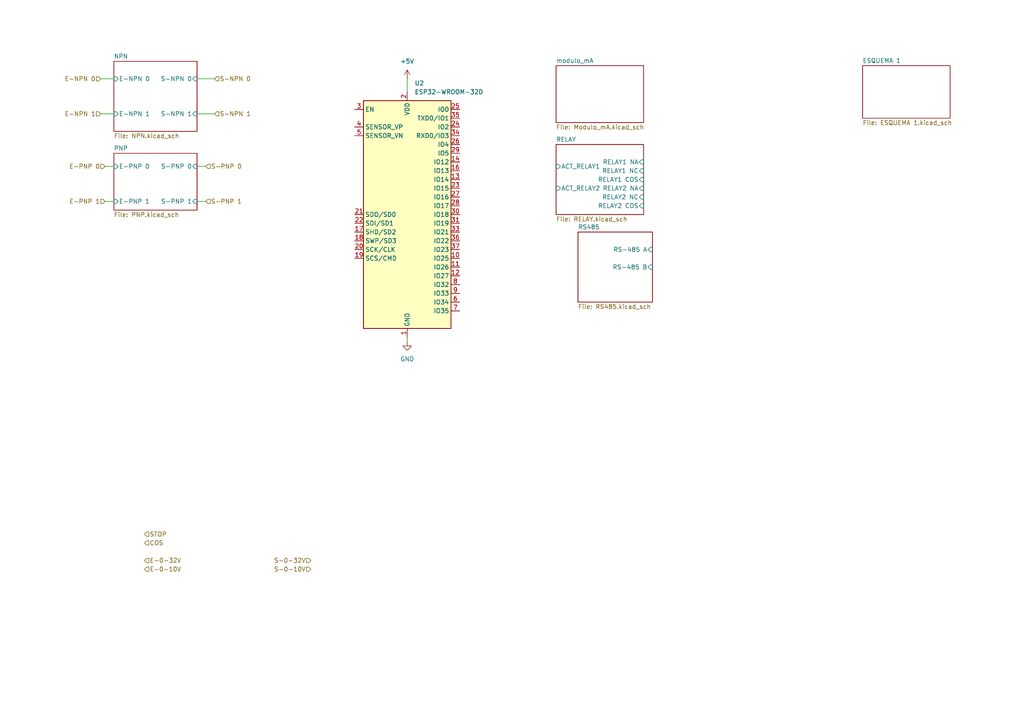
<source format=kicad_sch>
(kicad_sch
	(version 20250114)
	(generator "eeschema")
	(generator_version "9.0")
	(uuid "1a79d0e4-2231-42a8-8906-904399d14469")
	(paper "A4")
	(lib_symbols
		(symbol "RF_Module:ESP32-WROOM-32D"
			(exclude_from_sim no)
			(in_bom yes)
			(on_board yes)
			(property "Reference" "U"
				(at -12.7 34.29 0)
				(effects
					(font
						(size 1.27 1.27)
					)
					(justify left)
				)
			)
			(property "Value" "ESP32-WROOM-32D"
				(at 1.27 34.29 0)
				(effects
					(font
						(size 1.27 1.27)
					)
					(justify left)
				)
			)
			(property "Footprint" "RF_Module:ESP32-WROOM-32D"
				(at 16.51 -34.29 0)
				(effects
					(font
						(size 1.27 1.27)
					)
					(hide yes)
				)
			)
			(property "Datasheet" "https://www.espressif.com/sites/default/files/documentation/esp32-wroom-32d_esp32-wroom-32u_datasheet_en.pdf"
				(at -7.62 1.27 0)
				(effects
					(font
						(size 1.27 1.27)
					)
					(hide yes)
				)
			)
			(property "Description" "RF Module, ESP32-D0WD SoC, Wi-Fi 802.11b/g/n, Bluetooth, BLE, 32-bit, 2.7-3.6V, onboard antenna, SMD"
				(at 0 0 0)
				(effects
					(font
						(size 1.27 1.27)
					)
					(hide yes)
				)
			)
			(property "ki_keywords" "RF Radio BT ESP ESP32 Espressif onboard PCB antenna"
				(at 0 0 0)
				(effects
					(font
						(size 1.27 1.27)
					)
					(hide yes)
				)
			)
			(property "ki_fp_filters" "ESP32?WROOM?32D*"
				(at 0 0 0)
				(effects
					(font
						(size 1.27 1.27)
					)
					(hide yes)
				)
			)
			(symbol "ESP32-WROOM-32D_0_1"
				(rectangle
					(start -12.7 33.02)
					(end 12.7 -33.02)
					(stroke
						(width 0.254)
						(type default)
					)
					(fill
						(type background)
					)
				)
			)
			(symbol "ESP32-WROOM-32D_1_1"
				(pin input line
					(at -15.24 30.48 0)
					(length 2.54)
					(name "EN"
						(effects
							(font
								(size 1.27 1.27)
							)
						)
					)
					(number "3"
						(effects
							(font
								(size 1.27 1.27)
							)
						)
					)
				)
				(pin input line
					(at -15.24 25.4 0)
					(length 2.54)
					(name "SENSOR_VP"
						(effects
							(font
								(size 1.27 1.27)
							)
						)
					)
					(number "4"
						(effects
							(font
								(size 1.27 1.27)
							)
						)
					)
				)
				(pin input line
					(at -15.24 22.86 0)
					(length 2.54)
					(name "SENSOR_VN"
						(effects
							(font
								(size 1.27 1.27)
							)
						)
					)
					(number "5"
						(effects
							(font
								(size 1.27 1.27)
							)
						)
					)
				)
				(pin bidirectional line
					(at -15.24 0 0)
					(length 2.54)
					(name "SDO/SD0"
						(effects
							(font
								(size 1.27 1.27)
							)
						)
					)
					(number "21"
						(effects
							(font
								(size 1.27 1.27)
							)
						)
					)
				)
				(pin bidirectional line
					(at -15.24 -2.54 0)
					(length 2.54)
					(name "SDI/SD1"
						(effects
							(font
								(size 1.27 1.27)
							)
						)
					)
					(number "22"
						(effects
							(font
								(size 1.27 1.27)
							)
						)
					)
				)
				(pin bidirectional line
					(at -15.24 -5.08 0)
					(length 2.54)
					(name "SHD/SD2"
						(effects
							(font
								(size 1.27 1.27)
							)
						)
					)
					(number "17"
						(effects
							(font
								(size 1.27 1.27)
							)
						)
					)
				)
				(pin bidirectional line
					(at -15.24 -7.62 0)
					(length 2.54)
					(name "SWP/SD3"
						(effects
							(font
								(size 1.27 1.27)
							)
						)
					)
					(number "18"
						(effects
							(font
								(size 1.27 1.27)
							)
						)
					)
				)
				(pin bidirectional line
					(at -15.24 -10.16 0)
					(length 2.54)
					(name "SCK/CLK"
						(effects
							(font
								(size 1.27 1.27)
							)
						)
					)
					(number "20"
						(effects
							(font
								(size 1.27 1.27)
							)
						)
					)
				)
				(pin bidirectional line
					(at -15.24 -12.7 0)
					(length 2.54)
					(name "SCS/CMD"
						(effects
							(font
								(size 1.27 1.27)
							)
						)
					)
					(number "19"
						(effects
							(font
								(size 1.27 1.27)
							)
						)
					)
				)
				(pin no_connect line
					(at -12.7 -27.94 0)
					(length 2.54)
					(hide yes)
					(name "NC"
						(effects
							(font
								(size 1.27 1.27)
							)
						)
					)
					(number "32"
						(effects
							(font
								(size 1.27 1.27)
							)
						)
					)
				)
				(pin power_in line
					(at 0 35.56 270)
					(length 2.54)
					(name "VDD"
						(effects
							(font
								(size 1.27 1.27)
							)
						)
					)
					(number "2"
						(effects
							(font
								(size 1.27 1.27)
							)
						)
					)
				)
				(pin power_in line
					(at 0 -35.56 90)
					(length 2.54)
					(name "GND"
						(effects
							(font
								(size 1.27 1.27)
							)
						)
					)
					(number "1"
						(effects
							(font
								(size 1.27 1.27)
							)
						)
					)
				)
				(pin passive line
					(at 0 -35.56 90)
					(length 2.54)
					(hide yes)
					(name "GND"
						(effects
							(font
								(size 1.27 1.27)
							)
						)
					)
					(number "15"
						(effects
							(font
								(size 1.27 1.27)
							)
						)
					)
				)
				(pin passive line
					(at 0 -35.56 90)
					(length 2.54)
					(hide yes)
					(name "GND"
						(effects
							(font
								(size 1.27 1.27)
							)
						)
					)
					(number "38"
						(effects
							(font
								(size 1.27 1.27)
							)
						)
					)
				)
				(pin passive line
					(at 0 -35.56 90)
					(length 2.54)
					(hide yes)
					(name "GND"
						(effects
							(font
								(size 1.27 1.27)
							)
						)
					)
					(number "39"
						(effects
							(font
								(size 1.27 1.27)
							)
						)
					)
				)
				(pin bidirectional line
					(at 15.24 30.48 180)
					(length 2.54)
					(name "IO0"
						(effects
							(font
								(size 1.27 1.27)
							)
						)
					)
					(number "25"
						(effects
							(font
								(size 1.27 1.27)
							)
						)
					)
				)
				(pin bidirectional line
					(at 15.24 27.94 180)
					(length 2.54)
					(name "TXD0/IO1"
						(effects
							(font
								(size 1.27 1.27)
							)
						)
					)
					(number "35"
						(effects
							(font
								(size 1.27 1.27)
							)
						)
					)
				)
				(pin bidirectional line
					(at 15.24 25.4 180)
					(length 2.54)
					(name "IO2"
						(effects
							(font
								(size 1.27 1.27)
							)
						)
					)
					(number "24"
						(effects
							(font
								(size 1.27 1.27)
							)
						)
					)
				)
				(pin bidirectional line
					(at 15.24 22.86 180)
					(length 2.54)
					(name "RXD0/IO3"
						(effects
							(font
								(size 1.27 1.27)
							)
						)
					)
					(number "34"
						(effects
							(font
								(size 1.27 1.27)
							)
						)
					)
				)
				(pin bidirectional line
					(at 15.24 20.32 180)
					(length 2.54)
					(name "IO4"
						(effects
							(font
								(size 1.27 1.27)
							)
						)
					)
					(number "26"
						(effects
							(font
								(size 1.27 1.27)
							)
						)
					)
				)
				(pin bidirectional line
					(at 15.24 17.78 180)
					(length 2.54)
					(name "IO5"
						(effects
							(font
								(size 1.27 1.27)
							)
						)
					)
					(number "29"
						(effects
							(font
								(size 1.27 1.27)
							)
						)
					)
				)
				(pin bidirectional line
					(at 15.24 15.24 180)
					(length 2.54)
					(name "IO12"
						(effects
							(font
								(size 1.27 1.27)
							)
						)
					)
					(number "14"
						(effects
							(font
								(size 1.27 1.27)
							)
						)
					)
				)
				(pin bidirectional line
					(at 15.24 12.7 180)
					(length 2.54)
					(name "IO13"
						(effects
							(font
								(size 1.27 1.27)
							)
						)
					)
					(number "16"
						(effects
							(font
								(size 1.27 1.27)
							)
						)
					)
				)
				(pin bidirectional line
					(at 15.24 10.16 180)
					(length 2.54)
					(name "IO14"
						(effects
							(font
								(size 1.27 1.27)
							)
						)
					)
					(number "13"
						(effects
							(font
								(size 1.27 1.27)
							)
						)
					)
				)
				(pin bidirectional line
					(at 15.24 7.62 180)
					(length 2.54)
					(name "IO15"
						(effects
							(font
								(size 1.27 1.27)
							)
						)
					)
					(number "23"
						(effects
							(font
								(size 1.27 1.27)
							)
						)
					)
				)
				(pin bidirectional line
					(at 15.24 5.08 180)
					(length 2.54)
					(name "IO16"
						(effects
							(font
								(size 1.27 1.27)
							)
						)
					)
					(number "27"
						(effects
							(font
								(size 1.27 1.27)
							)
						)
					)
				)
				(pin bidirectional line
					(at 15.24 2.54 180)
					(length 2.54)
					(name "IO17"
						(effects
							(font
								(size 1.27 1.27)
							)
						)
					)
					(number "28"
						(effects
							(font
								(size 1.27 1.27)
							)
						)
					)
				)
				(pin bidirectional line
					(at 15.24 0 180)
					(length 2.54)
					(name "IO18"
						(effects
							(font
								(size 1.27 1.27)
							)
						)
					)
					(number "30"
						(effects
							(font
								(size 1.27 1.27)
							)
						)
					)
				)
				(pin bidirectional line
					(at 15.24 -2.54 180)
					(length 2.54)
					(name "IO19"
						(effects
							(font
								(size 1.27 1.27)
							)
						)
					)
					(number "31"
						(effects
							(font
								(size 1.27 1.27)
							)
						)
					)
				)
				(pin bidirectional line
					(at 15.24 -5.08 180)
					(length 2.54)
					(name "IO21"
						(effects
							(font
								(size 1.27 1.27)
							)
						)
					)
					(number "33"
						(effects
							(font
								(size 1.27 1.27)
							)
						)
					)
				)
				(pin bidirectional line
					(at 15.24 -7.62 180)
					(length 2.54)
					(name "IO22"
						(effects
							(font
								(size 1.27 1.27)
							)
						)
					)
					(number "36"
						(effects
							(font
								(size 1.27 1.27)
							)
						)
					)
				)
				(pin bidirectional line
					(at 15.24 -10.16 180)
					(length 2.54)
					(name "IO23"
						(effects
							(font
								(size 1.27 1.27)
							)
						)
					)
					(number "37"
						(effects
							(font
								(size 1.27 1.27)
							)
						)
					)
				)
				(pin bidirectional line
					(at 15.24 -12.7 180)
					(length 2.54)
					(name "IO25"
						(effects
							(font
								(size 1.27 1.27)
							)
						)
					)
					(number "10"
						(effects
							(font
								(size 1.27 1.27)
							)
						)
					)
				)
				(pin bidirectional line
					(at 15.24 -15.24 180)
					(length 2.54)
					(name "IO26"
						(effects
							(font
								(size 1.27 1.27)
							)
						)
					)
					(number "11"
						(effects
							(font
								(size 1.27 1.27)
							)
						)
					)
				)
				(pin bidirectional line
					(at 15.24 -17.78 180)
					(length 2.54)
					(name "IO27"
						(effects
							(font
								(size 1.27 1.27)
							)
						)
					)
					(number "12"
						(effects
							(font
								(size 1.27 1.27)
							)
						)
					)
				)
				(pin bidirectional line
					(at 15.24 -20.32 180)
					(length 2.54)
					(name "IO32"
						(effects
							(font
								(size 1.27 1.27)
							)
						)
					)
					(number "8"
						(effects
							(font
								(size 1.27 1.27)
							)
						)
					)
				)
				(pin bidirectional line
					(at 15.24 -22.86 180)
					(length 2.54)
					(name "IO33"
						(effects
							(font
								(size 1.27 1.27)
							)
						)
					)
					(number "9"
						(effects
							(font
								(size 1.27 1.27)
							)
						)
					)
				)
				(pin input line
					(at 15.24 -25.4 180)
					(length 2.54)
					(name "IO34"
						(effects
							(font
								(size 1.27 1.27)
							)
						)
					)
					(number "6"
						(effects
							(font
								(size 1.27 1.27)
							)
						)
					)
				)
				(pin input line
					(at 15.24 -27.94 180)
					(length 2.54)
					(name "IO35"
						(effects
							(font
								(size 1.27 1.27)
							)
						)
					)
					(number "7"
						(effects
							(font
								(size 1.27 1.27)
							)
						)
					)
				)
			)
			(embedded_fonts no)
		)
		(symbol "power:+5V"
			(power)
			(pin_numbers
				(hide yes)
			)
			(pin_names
				(offset 0)
				(hide yes)
			)
			(exclude_from_sim no)
			(in_bom yes)
			(on_board yes)
			(property "Reference" "#PWR"
				(at 0 -3.81 0)
				(effects
					(font
						(size 1.27 1.27)
					)
					(hide yes)
				)
			)
			(property "Value" "+5V"
				(at 0 3.556 0)
				(effects
					(font
						(size 1.27 1.27)
					)
				)
			)
			(property "Footprint" ""
				(at 0 0 0)
				(effects
					(font
						(size 1.27 1.27)
					)
					(hide yes)
				)
			)
			(property "Datasheet" ""
				(at 0 0 0)
				(effects
					(font
						(size 1.27 1.27)
					)
					(hide yes)
				)
			)
			(property "Description" "Power symbol creates a global label with name \"+5V\""
				(at 0 0 0)
				(effects
					(font
						(size 1.27 1.27)
					)
					(hide yes)
				)
			)
			(property "ki_keywords" "global power"
				(at 0 0 0)
				(effects
					(font
						(size 1.27 1.27)
					)
					(hide yes)
				)
			)
			(symbol "+5V_0_1"
				(polyline
					(pts
						(xy -0.762 1.27) (xy 0 2.54)
					)
					(stroke
						(width 0)
						(type default)
					)
					(fill
						(type none)
					)
				)
				(polyline
					(pts
						(xy 0 2.54) (xy 0.762 1.27)
					)
					(stroke
						(width 0)
						(type default)
					)
					(fill
						(type none)
					)
				)
				(polyline
					(pts
						(xy 0 0) (xy 0 2.54)
					)
					(stroke
						(width 0)
						(type default)
					)
					(fill
						(type none)
					)
				)
			)
			(symbol "+5V_1_1"
				(pin power_in line
					(at 0 0 90)
					(length 0)
					(name "~"
						(effects
							(font
								(size 1.27 1.27)
							)
						)
					)
					(number "1"
						(effects
							(font
								(size 1.27 1.27)
							)
						)
					)
				)
			)
			(embedded_fonts no)
		)
		(symbol "power:GND"
			(power)
			(pin_numbers
				(hide yes)
			)
			(pin_names
				(offset 0)
				(hide yes)
			)
			(exclude_from_sim no)
			(in_bom yes)
			(on_board yes)
			(property "Reference" "#PWR"
				(at 0 -6.35 0)
				(effects
					(font
						(size 1.27 1.27)
					)
					(hide yes)
				)
			)
			(property "Value" "GND"
				(at 0 -3.81 0)
				(effects
					(font
						(size 1.27 1.27)
					)
				)
			)
			(property "Footprint" ""
				(at 0 0 0)
				(effects
					(font
						(size 1.27 1.27)
					)
					(hide yes)
				)
			)
			(property "Datasheet" ""
				(at 0 0 0)
				(effects
					(font
						(size 1.27 1.27)
					)
					(hide yes)
				)
			)
			(property "Description" "Power symbol creates a global label with name \"GND\" , ground"
				(at 0 0 0)
				(effects
					(font
						(size 1.27 1.27)
					)
					(hide yes)
				)
			)
			(property "ki_keywords" "global power"
				(at 0 0 0)
				(effects
					(font
						(size 1.27 1.27)
					)
					(hide yes)
				)
			)
			(symbol "GND_0_1"
				(polyline
					(pts
						(xy 0 0) (xy 0 -1.27) (xy 1.27 -1.27) (xy 0 -2.54) (xy -1.27 -1.27) (xy 0 -1.27)
					)
					(stroke
						(width 0)
						(type default)
					)
					(fill
						(type none)
					)
				)
			)
			(symbol "GND_1_1"
				(pin power_in line
					(at 0 0 270)
					(length 0)
					(name "~"
						(effects
							(font
								(size 1.27 1.27)
							)
						)
					)
					(number "1"
						(effects
							(font
								(size 1.27 1.27)
							)
						)
					)
				)
			)
			(embedded_fonts no)
		)
	)
	(wire
		(pts
			(xy 29.21 33.02) (xy 33.02 33.02)
		)
		(stroke
			(width 0)
			(type default)
		)
		(uuid "1fa24e58-2817-4106-8302-1cffcb642f2f")
	)
	(wire
		(pts
			(xy 57.15 58.42) (xy 59.69 58.42)
		)
		(stroke
			(width 0)
			(type default)
		)
		(uuid "38d5e368-6569-4002-acc8-40c73f739278")
	)
	(wire
		(pts
			(xy 57.15 22.86) (xy 62.23 22.86)
		)
		(stroke
			(width 0)
			(type default)
		)
		(uuid "48d685e6-8b3b-48f1-a954-d4902c3ab51e")
	)
	(wire
		(pts
			(xy 57.15 33.02) (xy 62.23 33.02)
		)
		(stroke
			(width 0)
			(type default)
		)
		(uuid "4d55ce46-f09d-4d9c-b20a-42b2367126d4")
	)
	(wire
		(pts
			(xy 29.21 22.86) (xy 33.02 22.86)
		)
		(stroke
			(width 0)
			(type default)
		)
		(uuid "637f35d3-47aa-4ef8-ba21-580e540fced6")
	)
	(wire
		(pts
			(xy 30.48 58.42) (xy 33.02 58.42)
		)
		(stroke
			(width 0)
			(type default)
		)
		(uuid "7a53bca1-ed57-408d-8ad6-fd9891126f1c")
	)
	(wire
		(pts
			(xy 30.48 48.26) (xy 33.02 48.26)
		)
		(stroke
			(width 0)
			(type default)
		)
		(uuid "9b9f852c-1eaa-409e-88d8-40b1a84d2af1")
	)
	(wire
		(pts
			(xy 118.11 97.79) (xy 118.11 99.06)
		)
		(stroke
			(width 0)
			(type default)
		)
		(uuid "b6fb8298-4f22-455e-ab24-972b387dca61")
	)
	(wire
		(pts
			(xy 57.15 48.26) (xy 59.69 48.26)
		)
		(stroke
			(width 0)
			(type default)
		)
		(uuid "b88cde38-3436-4d8e-905f-e3e14d61bef4")
	)
	(wire
		(pts
			(xy 118.11 22.86) (xy 118.11 26.67)
		)
		(stroke
			(width 0)
			(type default)
		)
		(uuid "c3f46eaf-b74d-4c9b-a154-a437ffd3e637")
	)
	(hierarchical_label "S-NPN 1"
		(shape input)
		(at 62.23 33.02 0)
		(effects
			(font
				(size 1.27 1.27)
			)
			(justify left)
		)
		(uuid "1f3caf5e-20df-446e-85c6-94cd1a736065")
	)
	(hierarchical_label "E-NPN 0"
		(shape input)
		(at 29.21 22.86 180)
		(effects
			(font
				(size 1.27 1.27)
			)
			(justify right)
		)
		(uuid "53babadf-51dd-4190-9693-3c053a4e6daf")
	)
	(hierarchical_label "STOP"
		(shape input)
		(at 41.91 154.94 0)
		(effects
			(font
				(size 1.27 1.27)
			)
			(justify left)
		)
		(uuid "71ce5272-dc7c-4b78-859a-488244da2ad1")
	)
	(hierarchical_label "E-PNP 0"
		(shape input)
		(at 30.48 48.26 180)
		(effects
			(font
				(size 1.27 1.27)
			)
			(justify right)
		)
		(uuid "7c84fa9a-73af-4f2d-b504-0d60d2315e49")
	)
	(hierarchical_label "E-PNP 1"
		(shape input)
		(at 30.48 58.42 180)
		(effects
			(font
				(size 1.27 1.27)
			)
			(justify right)
		)
		(uuid "86afa5a2-08b4-4916-bc59-05a19b3655e9")
	)
	(hierarchical_label "S-0-32V"
		(shape input)
		(at 90.17 162.56 180)
		(effects
			(font
				(size 1.27 1.27)
			)
			(justify right)
		)
		(uuid "8aea66d4-faf2-413f-8541-c0f085576624")
	)
	(hierarchical_label "S-PNP 0"
		(shape input)
		(at 59.69 48.26 0)
		(effects
			(font
				(size 1.27 1.27)
			)
			(justify left)
		)
		(uuid "ad95b323-9e08-4f2a-8da8-0a39f45dab59")
	)
	(hierarchical_label "E-0-10V"
		(shape input)
		(at 41.91 165.1 0)
		(effects
			(font
				(size 1.27 1.27)
			)
			(justify left)
		)
		(uuid "aee510b1-2315-4a7a-828e-4c2c791281a4")
	)
	(hierarchical_label "S-0-10V"
		(shape input)
		(at 90.17 165.1 180)
		(effects
			(font
				(size 1.27 1.27)
			)
			(justify right)
		)
		(uuid "b8f69dce-61e9-4867-abdc-a8f261fa1d7f")
	)
	(hierarchical_label "COS"
		(shape input)
		(at 41.91 157.48 0)
		(effects
			(font
				(size 1.27 1.27)
			)
			(justify left)
		)
		(uuid "c3c8cde9-c642-4b3d-abbd-a6ffd6e90b34")
	)
	(hierarchical_label "E-NPN 1"
		(shape input)
		(at 29.21 33.02 180)
		(effects
			(font
				(size 1.27 1.27)
			)
			(justify right)
		)
		(uuid "cf79da9a-3126-43fb-a354-a3bf382d384d")
	)
	(hierarchical_label "S-PNP 1"
		(shape input)
		(at 59.69 58.42 0)
		(effects
			(font
				(size 1.27 1.27)
			)
			(justify left)
		)
		(uuid "d47ce9c0-4cb3-441b-aed5-adc8d221b919")
	)
	(hierarchical_label "E-0-32V"
		(shape input)
		(at 41.91 162.56 0)
		(effects
			(font
				(size 1.27 1.27)
			)
			(justify left)
		)
		(uuid "de47b525-5f1a-4ec5-8551-7d70c56374fc")
	)
	(hierarchical_label "S-NPN 0"
		(shape input)
		(at 62.23 22.86 0)
		(effects
			(font
				(size 1.27 1.27)
			)
			(justify left)
		)
		(uuid "f74db534-36ed-43f9-bbfd-d3587d22a53c")
	)
	(symbol
		(lib_id "power:GND")
		(at 118.11 99.06 0)
		(unit 1)
		(exclude_from_sim no)
		(in_bom yes)
		(on_board yes)
		(dnp no)
		(fields_autoplaced yes)
		(uuid "3b4f37a6-e24b-446b-a870-def209e58837")
		(property "Reference" "#PWR030"
			(at 118.11 105.41 0)
			(effects
				(font
					(size 1.27 1.27)
				)
				(hide yes)
			)
		)
		(property "Value" "GND"
			(at 118.11 104.14 0)
			(effects
				(font
					(size 1.27 1.27)
				)
			)
		)
		(property "Footprint" ""
			(at 118.11 99.06 0)
			(effects
				(font
					(size 1.27 1.27)
				)
				(hide yes)
			)
		)
		(property "Datasheet" ""
			(at 118.11 99.06 0)
			(effects
				(font
					(size 1.27 1.27)
				)
				(hide yes)
			)
		)
		(property "Description" "Power symbol creates a global label with name \"GND\" , ground"
			(at 118.11 99.06 0)
			(effects
				(font
					(size 1.27 1.27)
				)
				(hide yes)
			)
		)
		(pin "1"
			(uuid "edb5feb7-4211-4d7b-8943-00c2d168aa13")
		)
		(instances
			(project "PCB PICHARDO"
				(path "/a0ccc1c3-98b7-44b4-a982-09e3bf693e4b/78291816-8ba1-49cf-9609-e1c359225404"
					(reference "#PWR030")
					(unit 1)
				)
			)
		)
	)
	(symbol
		(lib_id "RF_Module:ESP32-WROOM-32D")
		(at 118.11 62.23 0)
		(unit 1)
		(exclude_from_sim no)
		(in_bom yes)
		(on_board yes)
		(dnp no)
		(fields_autoplaced yes)
		(uuid "85195de0-8dc2-4fec-aa4a-8956e9b107b4")
		(property "Reference" "U2"
			(at 120.2533 24.13 0)
			(effects
				(font
					(size 1.27 1.27)
				)
				(justify left)
			)
		)
		(property "Value" "ESP32-WROOM-32D"
			(at 120.2533 26.67 0)
			(effects
				(font
					(size 1.27 1.27)
				)
				(justify left)
			)
		)
		(property "Footprint" "RF_Module:ESP32-WROOM-32D"
			(at 134.62 96.52 0)
			(effects
				(font
					(size 1.27 1.27)
				)
				(hide yes)
			)
		)
		(property "Datasheet" "https://www.espressif.com/sites/default/files/documentation/esp32-wroom-32d_esp32-wroom-32u_datasheet_en.pdf"
			(at 110.49 60.96 0)
			(effects
				(font
					(size 1.27 1.27)
				)
				(hide yes)
			)
		)
		(property "Description" "RF Module, ESP32-D0WD SoC, Wi-Fi 802.11b/g/n, Bluetooth, BLE, 32-bit, 2.7-3.6V, onboard antenna, SMD"
			(at 118.11 62.23 0)
			(effects
				(font
					(size 1.27 1.27)
				)
				(hide yes)
			)
		)
		(pin "8"
			(uuid "d6867991-741b-4a4b-82d5-c60ab30a88c8")
		)
		(pin "9"
			(uuid "de6ad89e-a776-42b7-88e9-07ec3e4f629e")
		)
		(pin "6"
			(uuid "2e085566-af6d-47da-ac01-9d71d5e4cdb4")
		)
		(pin "12"
			(uuid "83066c40-1e6a-44f3-8718-c1cdb5defb13")
		)
		(pin "11"
			(uuid "d18ff094-bdb9-4740-894a-1770b8993912")
		)
		(pin "7"
			(uuid "738f94fc-a32c-4b06-823c-0cbb6ce00e15")
		)
		(pin "4"
			(uuid "533723c6-630a-4b64-b020-e6f2fe92a863")
		)
		(pin "3"
			(uuid "9480ca6f-2c46-4481-b6b5-d8a4fc555500")
		)
		(pin "20"
			(uuid "ffdfdd72-b501-4658-9c8e-5d3dac6c2be4")
		)
		(pin "19"
			(uuid "d58dc295-c5b4-4761-99b0-50ff21b08216")
		)
		(pin "17"
			(uuid "a23beb5e-cc81-47ad-8a9a-bcf354df946f")
		)
		(pin "5"
			(uuid "59dfd6fa-ccfa-42e4-a0e8-2f3708f0b5a1")
		)
		(pin "32"
			(uuid "a03126f8-c414-4eea-b136-a55f888f07c6")
		)
		(pin "2"
			(uuid "f4a7ee01-b135-4ba9-8a1d-4ce9a24f8b28")
		)
		(pin "1"
			(uuid "480c1e4e-a634-4531-bdb7-a061d76f9438")
		)
		(pin "21"
			(uuid "54f3c792-5aca-4046-a231-dd3905628526")
		)
		(pin "15"
			(uuid "2dd0a54c-aef8-4a3e-8d79-aaa3439a958e")
		)
		(pin "18"
			(uuid "e74237f9-9118-48c6-9bd7-b077f64d6716")
		)
		(pin "38"
			(uuid "436e5f93-7765-4910-93ee-181411225796")
		)
		(pin "22"
			(uuid "a5c7bb27-553a-423f-b4b0-707db8709989")
		)
		(pin "35"
			(uuid "6743add3-71ba-46c4-a408-aa1ad07d03a3")
		)
		(pin "13"
			(uuid "e602e92c-48c2-4b35-8ace-3a4547c0d708")
		)
		(pin "29"
			(uuid "7f5016bb-f9f2-4598-887f-ea3a493c99c4")
		)
		(pin "27"
			(uuid "1db6cfa7-b1f0-48e1-8a33-11879ac84f3a")
		)
		(pin "37"
			(uuid "41706e2d-daef-4099-9e20-776a2498fcb2")
		)
		(pin "25"
			(uuid "4aec8c19-94da-4f17-b65c-b662e12d5066")
		)
		(pin "34"
			(uuid "522af5af-06ad-45c8-a7de-9b362db986f0")
		)
		(pin "14"
			(uuid "7314a576-835b-426c-99ea-10b910fc69ad")
		)
		(pin "28"
			(uuid "97fd9fba-51c7-4d06-acea-097b9d39362f")
		)
		(pin "31"
			(uuid "b2bcbc7c-807b-456b-aa37-903d7ab90657")
		)
		(pin "36"
			(uuid "6588d326-cefb-4e23-8de5-15b103c7218c")
		)
		(pin "10"
			(uuid "494294d7-6581-497f-8964-e1cb2328b908")
		)
		(pin "39"
			(uuid "521d55a6-6652-433c-ac12-6aa75b689360")
		)
		(pin "30"
			(uuid "9647ace6-e183-4709-b554-f1bae980d389")
		)
		(pin "33"
			(uuid "f434d0e2-39a5-4f80-918a-d28bd48d0a51")
		)
		(pin "26"
			(uuid "98b48e57-e288-4c62-9a01-4c5cd2b84302")
		)
		(pin "16"
			(uuid "3be1edac-efc2-45dc-bd43-51c5d0470f28")
		)
		(pin "24"
			(uuid "d0764e5e-429c-48ab-bbd6-e89088d37dbc")
		)
		(pin "23"
			(uuid "c1cb885c-fd02-4e93-b8e6-91df7c6b4925")
		)
		(instances
			(project ""
				(path "/a0ccc1c3-98b7-44b4-a982-09e3bf693e4b/78291816-8ba1-49cf-9609-e1c359225404"
					(reference "U2")
					(unit 1)
				)
			)
		)
	)
	(symbol
		(lib_id "power:+5V")
		(at 118.11 22.86 0)
		(unit 1)
		(exclude_from_sim no)
		(in_bom yes)
		(on_board yes)
		(dnp no)
		(fields_autoplaced yes)
		(uuid "e1a39a1c-0d4d-4b7d-968a-9c5cbb4ad5b7")
		(property "Reference" "#PWR042"
			(at 118.11 26.67 0)
			(effects
				(font
					(size 1.27 1.27)
				)
				(hide yes)
			)
		)
		(property "Value" "+5V"
			(at 118.11 17.78 0)
			(effects
				(font
					(size 1.27 1.27)
				)
			)
		)
		(property "Footprint" ""
			(at 118.11 22.86 0)
			(effects
				(font
					(size 1.27 1.27)
				)
				(hide yes)
			)
		)
		(property "Datasheet" ""
			(at 118.11 22.86 0)
			(effects
				(font
					(size 1.27 1.27)
				)
				(hide yes)
			)
		)
		(property "Description" "Power symbol creates a global label with name \"+5V\""
			(at 118.11 22.86 0)
			(effects
				(font
					(size 1.27 1.27)
				)
				(hide yes)
			)
		)
		(pin "1"
			(uuid "c4fc371c-ec05-435e-9cb9-0c440445b4e9")
		)
		(instances
			(project ""
				(path "/a0ccc1c3-98b7-44b4-a982-09e3bf693e4b/78291816-8ba1-49cf-9609-e1c359225404"
					(reference "#PWR042")
					(unit 1)
				)
			)
		)
	)
	(sheet
		(at 33.02 44.45)
		(size 24.13 16.51)
		(exclude_from_sim no)
		(in_bom yes)
		(on_board yes)
		(dnp no)
		(fields_autoplaced yes)
		(stroke
			(width 0.1524)
			(type solid)
		)
		(fill
			(color 0 0 0 0.0000)
		)
		(uuid "00e38e78-3ba5-4bd8-a35a-3311bc0d794f")
		(property "Sheetname" "PNP"
			(at 33.02 43.7384 0)
			(effects
				(font
					(size 1.27 1.27)
				)
				(justify left bottom)
			)
		)
		(property "Sheetfile" "PNP.kicad_sch"
			(at 33.02 61.5446 0)
			(effects
				(font
					(size 1.27 1.27)
				)
				(justify left top)
			)
		)
		(property "Field2" ""
			(at 33.02 44.45 0)
			(effects
				(font
					(size 1.27 1.27)
				)
			)
		)
		(pin "E-PNP 0" input
			(at 33.02 48.26 180)
			(uuid "07d75778-7422-4b3b-ab9f-41ed9a3eb5ea")
			(effects
				(font
					(size 1.27 1.27)
				)
				(justify left)
			)
		)
		(pin "E-PNP 1" input
			(at 33.02 58.42 180)
			(uuid "2944d42a-d19c-4772-ae62-21e10bb6816b")
			(effects
				(font
					(size 1.27 1.27)
				)
				(justify left)
			)
		)
		(pin "S-PNP 0" input
			(at 57.15 48.26 0)
			(uuid "3aa60974-7d62-45ea-a2e8-9c04f8a9cff9")
			(effects
				(font
					(size 1.27 1.27)
				)
				(justify right)
			)
		)
		(pin "S-PNP 1" input
			(at 57.15 58.42 0)
			(uuid "84100e83-6a85-42f4-9e37-75d8a40e80d4")
			(effects
				(font
					(size 1.27 1.27)
				)
				(justify right)
			)
		)
		(instances
			(project "PCB NIVARA"
				(path "/a0ccc1c3-98b7-44b4-a982-09e3bf693e4b/78291816-8ba1-49cf-9609-e1c359225404"
					(page "5")
				)
			)
		)
	)
	(sheet
		(at 161.29 19.05)
		(size 25.4 16.51)
		(exclude_from_sim no)
		(in_bom yes)
		(on_board yes)
		(dnp no)
		(fields_autoplaced yes)
		(stroke
			(width 0.1524)
			(type solid)
		)
		(fill
			(color 0 0 0 0.0000)
		)
		(uuid "0705789b-3cd9-4779-9742-d7706171499e")
		(property "Sheetname" "modulo_mA"
			(at 161.29 18.3384 0)
			(effects
				(font
					(size 1.27 1.27)
				)
				(justify left bottom)
			)
		)
		(property "Sheetfile" "Modulo_mA.kicad_sch"
			(at 161.29 36.1446 0)
			(effects
				(font
					(size 1.27 1.27)
				)
				(justify left top)
			)
		)
		(instances
			(project "PCB NIVARA"
				(path "/a0ccc1c3-98b7-44b4-a982-09e3bf693e4b/78291816-8ba1-49cf-9609-e1c359225404"
					(page "6")
				)
			)
		)
	)
	(sheet
		(at 167.64 67.31)
		(size 21.59 20.32)
		(exclude_from_sim no)
		(in_bom yes)
		(on_board yes)
		(dnp no)
		(fields_autoplaced yes)
		(stroke
			(width 0.1524)
			(type solid)
		)
		(fill
			(color 0 0 0 0.0000)
		)
		(uuid "529ec71e-0377-4f14-a943-643d2b9fdbc1")
		(property "Sheetname" "RS485"
			(at 167.64 66.5984 0)
			(effects
				(font
					(size 1.27 1.27)
				)
				(justify left bottom)
			)
		)
		(property "Sheetfile" "RS485.kicad_sch"
			(at 167.64 88.2146 0)
			(effects
				(font
					(size 1.27 1.27)
				)
				(justify left top)
			)
		)
		(pin "RS-485 A" input
			(at 189.23 72.39 0)
			(uuid "e7d0605b-8561-476e-925b-e81bcc1d41a5")
			(effects
				(font
					(size 1.27 1.27)
				)
				(justify right)
			)
		)
		(pin "RS-485 B" input
			(at 189.23 77.47 0)
			(uuid "8ccff3e7-b4b2-4c33-90bd-fbd3e161994b")
			(effects
				(font
					(size 1.27 1.27)
				)
				(justify right)
			)
		)
		(instances
			(project "PCB NIVARA"
				(path "/a0ccc1c3-98b7-44b4-a982-09e3bf693e4b/78291816-8ba1-49cf-9609-e1c359225404"
					(page "8")
				)
			)
		)
	)
	(sheet
		(at 33.02 17.78)
		(size 24.13 20.32)
		(exclude_from_sim no)
		(in_bom yes)
		(on_board yes)
		(dnp no)
		(fields_autoplaced yes)
		(stroke
			(width 0.1524)
			(type solid)
		)
		(fill
			(color 0 0 0 0.0000)
		)
		(uuid "71da702b-024c-4baa-8c72-f62b2ca98090")
		(property "Sheetname" "NPN"
			(at 33.02 17.0684 0)
			(effects
				(font
					(size 1.27 1.27)
				)
				(justify left bottom)
			)
		)
		(property "Sheetfile" "NPN.kicad_sch"
			(at 33.02 38.6846 0)
			(effects
				(font
					(size 1.27 1.27)
				)
				(justify left top)
			)
		)
		(property "Field2" ""
			(at 33.02 17.78 0)
			(effects
				(font
					(size 1.27 1.27)
				)
			)
		)
		(pin "E-NPN 0" input
			(at 33.02 22.86 180)
			(uuid "21621b28-bdec-4acf-8333-be5567ffaf8d")
			(effects
				(font
					(size 1.27 1.27)
				)
				(justify left)
			)
		)
		(pin "E-NPN 1" input
			(at 33.02 33.02 180)
			(uuid "52e4e6f7-ce47-4593-af95-741023c0bd9b")
			(effects
				(font
					(size 1.27 1.27)
				)
				(justify left)
			)
		)
		(pin "S-NPN 0" input
			(at 57.15 22.86 0)
			(uuid "b743503c-bf5a-4a04-bf4f-385b6386e11d")
			(effects
				(font
					(size 1.27 1.27)
				)
				(justify right)
			)
		)
		(pin "S-NPN 1" input
			(at 57.15 33.02 0)
			(uuid "9a36a3cd-30e1-49df-9770-5e0705a857f4")
			(effects
				(font
					(size 1.27 1.27)
				)
				(justify right)
			)
		)
		(instances
			(project "PCB NIVARA"
				(path "/a0ccc1c3-98b7-44b4-a982-09e3bf693e4b/78291816-8ba1-49cf-9609-e1c359225404"
					(page "4")
				)
			)
		)
	)
	(sheet
		(at 250.19 19.05)
		(size 25.4 15.24)
		(exclude_from_sim no)
		(in_bom yes)
		(on_board yes)
		(dnp no)
		(fields_autoplaced yes)
		(stroke
			(width 0.1524)
			(type solid)
		)
		(fill
			(color 0 0 0 0.0000)
		)
		(uuid "93862029-79a7-45f3-a928-e69897b70b92")
		(property "Sheetname" "ESQUEMA 1"
			(at 250.19 18.3384 0)
			(effects
				(font
					(size 1.27 1.27)
				)
				(justify left bottom)
			)
		)
		(property "Sheetfile" "ESQUEMA 1.kicad_sch"
			(at 250.19 34.8746 0)
			(effects
				(font
					(size 1.27 1.27)
				)
				(justify left top)
			)
		)
		(instances
			(project "PCB NIVARA"
				(path "/a0ccc1c3-98b7-44b4-a982-09e3bf693e4b/78291816-8ba1-49cf-9609-e1c359225404"
					(page "2")
				)
			)
		)
	)
	(sheet
		(at 161.29 41.91)
		(size 25.4 20.32)
		(exclude_from_sim no)
		(in_bom yes)
		(on_board yes)
		(dnp no)
		(fields_autoplaced yes)
		(stroke
			(width 0.1524)
			(type solid)
		)
		(fill
			(color 0 0 0 0.0000)
		)
		(uuid "982213e1-75f6-4158-bc7b-b4ea34491416")
		(property "Sheetname" "RELAY"
			(at 161.29 41.1984 0)
			(effects
				(font
					(size 1.27 1.27)
				)
				(justify left bottom)
			)
		)
		(property "Sheetfile" "RELAY.kicad_sch"
			(at 161.29 62.8146 0)
			(effects
				(font
					(size 1.27 1.27)
				)
				(justify left top)
			)
		)
		(pin "ACT_RELAY1" input
			(at 161.29 48.26 180)
			(uuid "73da95b8-6d18-44a6-9f5d-dda59ee49d7a")
			(effects
				(font
					(size 1.27 1.27)
				)
				(justify left)
			)
		)
		(pin "ACT_RELAY2" input
			(at 161.29 54.61 180)
			(uuid "e0629086-c97b-4818-bf69-9e44cdba5f63")
			(effects
				(font
					(size 1.27 1.27)
				)
				(justify left)
			)
		)
		(pin "RELAY1 COS" input
			(at 186.69 52.07 0)
			(uuid "faa6b272-8bb5-4c36-aa76-aedc28d08430")
			(effects
				(font
					(size 1.27 1.27)
				)
				(justify right)
			)
		)
		(pin "RELAY1 NA" input
			(at 186.69 46.99 0)
			(uuid "111a0c2e-fece-46ad-9b5f-df0aed5bb71b")
			(effects
				(font
					(size 1.27 1.27)
				)
				(justify right)
			)
		)
		(pin "RELAY1 NC" input
			(at 186.69 49.53 0)
			(uuid "c57e8bb7-899f-4f9f-be95-bfed97a9b1e7")
			(effects
				(font
					(size 1.27 1.27)
				)
				(justify right)
			)
		)
		(pin "RELAY2 COS" input
			(at 186.69 59.69 0)
			(uuid "3f9312c7-260b-43d0-97f8-92be79d3764f")
			(effects
				(font
					(size 1.27 1.27)
				)
				(justify right)
			)
		)
		(pin "RELAY2 NA" input
			(at 186.69 54.61 0)
			(uuid "e9f0da95-7458-4a02-b67f-d77156def3b6")
			(effects
				(font
					(size 1.27 1.27)
				)
				(justify right)
			)
		)
		(pin "RELAY2 NC" input
			(at 186.69 57.15 0)
			(uuid "8f74422b-6670-4419-bdf9-6d0c8fccd2ec")
			(effects
				(font
					(size 1.27 1.27)
				)
				(justify right)
			)
		)
		(instances
			(project "PCB NIVARA"
				(path "/a0ccc1c3-98b7-44b4-a982-09e3bf693e4b/78291816-8ba1-49cf-9609-e1c359225404"
					(page "7")
				)
			)
		)
	)
)

</source>
